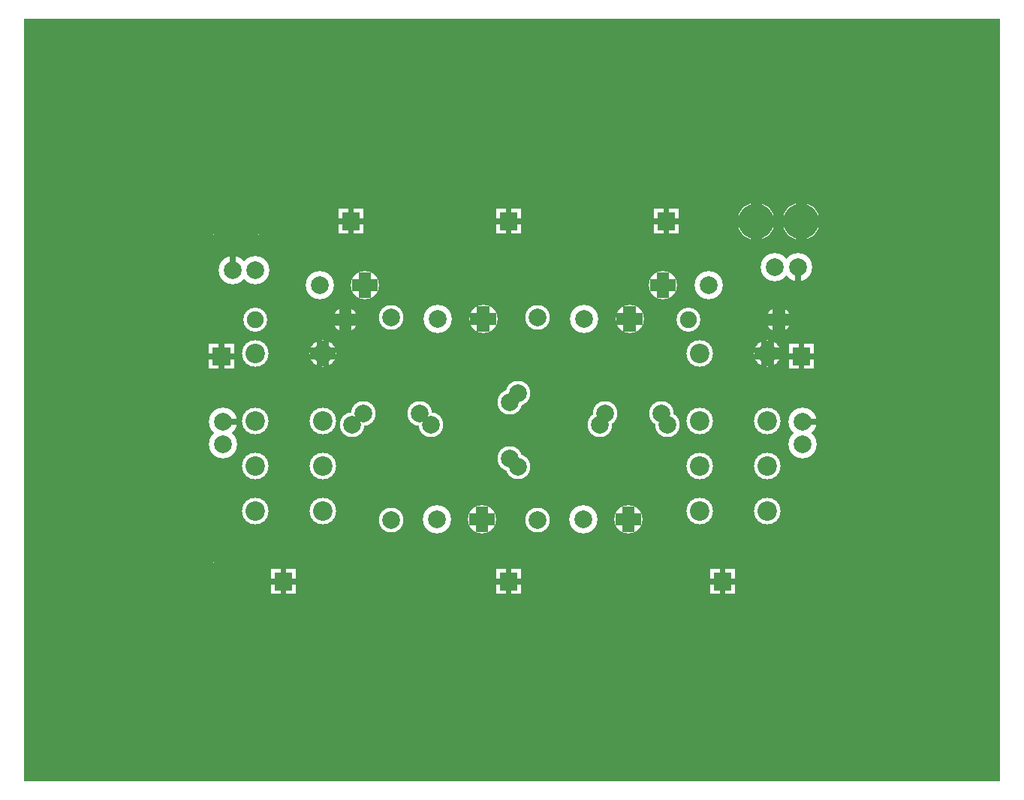
<source format=gbr>
%FSLAX34Y34*%
%MOMM*%
%LNCOPPER_TOP*%
G71*
G01*
%ADD10C,3.000*%
%ADD11C,3.200*%
%ADD12C,2.700*%
%ADD13C,2.800*%
%ADD14C,2.800*%
%ADD15C,4.200*%
%ADD16C,0.667*%
%ADD17C,0.813*%
%ADD18C,1.380*%
%ADD19C,3.053*%
%ADD20C,2.907*%
%ADD21C,2.973*%
%ADD22C,1.333*%
%ADD23C,2.200*%
%ADD24C,2.000*%
%ADD25C,1.900*%
%ADD26C,2.000*%
%ADD27C,4.000*%
%LPD*%
G36*
X-578710Y337291D02*
X521290Y337291D01*
X521290Y-522709D01*
X-578710Y-522709D01*
X-578710Y337291D01*
G37*
%LPC*%
X-318360Y-40410D02*
G54D10*
D03*
X-242160Y-40410D02*
G54D10*
D03*
X-318360Y-116610D02*
G54D10*
D03*
X-318360Y-167410D02*
G54D10*
D03*
X-318360Y-218210D02*
G54D10*
D03*
X-242160Y-116610D02*
G54D10*
D03*
X-242160Y-167410D02*
G54D10*
D03*
X-242160Y-218210D02*
G54D10*
D03*
X183290Y-40410D02*
G54D10*
D03*
X259490Y-40410D02*
G54D10*
D03*
X183290Y-116610D02*
G54D10*
D03*
X183290Y-167410D02*
G54D10*
D03*
X183290Y-218210D02*
G54D10*
D03*
X259490Y-116610D02*
G54D10*
D03*
X259490Y-167410D02*
G54D10*
D03*
X259490Y-218210D02*
G54D10*
D03*
X-194700Y36616D02*
G54D11*
D03*
X-245680Y36504D02*
G54D11*
D03*
X272190Y-2309D02*
G54D12*
D03*
X170590Y-2309D02*
G54D12*
D03*
X-209550Y-120650D02*
G54D13*
D03*
X-120650Y-120650D02*
G54D13*
D03*
X192650Y36616D02*
G54D11*
D03*
X141670Y36504D02*
G54D11*
D03*
X-22225Y-85725D02*
G54D13*
D03*
X-22225Y-168275D02*
G54D13*
D03*
X-61350Y-1484D02*
G54D11*
D03*
X-112331Y-1596D02*
G54D11*
D03*
X-113670Y-227652D02*
G54D11*
D03*
X-62690Y-227540D02*
G54D11*
D03*
X-216760Y-2309D02*
G54D12*
D03*
X-318360Y-2309D02*
G54D12*
D03*
X51430Y-227652D02*
G54D11*
D03*
X102410Y-227540D02*
G54D11*
D03*
X69850Y-120650D02*
G54D13*
D03*
X146050Y-120650D02*
G54D13*
D03*
X103750Y-1484D02*
G54D11*
D03*
X52769Y-1596D02*
G54D11*
D03*
X-343548Y53652D02*
G54D11*
D03*
X-318048Y53652D02*
G54D11*
D03*
X-354819Y-117393D02*
G54D11*
D03*
X-354819Y-142893D02*
G54D11*
D03*
X299231Y-117393D02*
G54D11*
D03*
X299231Y-142893D02*
G54D11*
D03*
X-62690Y-227540D02*
G54D14*
D03*
X102410Y-227540D02*
G54D14*
D03*
X-242160Y-40410D02*
G54D14*
D03*
X259490Y-40410D02*
G54D14*
D03*
X-216760Y-2309D02*
G54D14*
D03*
X-194700Y36616D02*
G54D14*
D03*
X272190Y-2309D02*
G54D14*
D03*
X141670Y36504D02*
G54D14*
D03*
X-61350Y-1484D02*
G54D14*
D03*
X103750Y-1484D02*
G54D14*
D03*
X293457Y56638D02*
G54D11*
D03*
X267957Y56638D02*
G54D11*
D03*
G36*
X-300610Y-283709D02*
X-272610Y-283709D01*
X-272610Y-311709D01*
X-300610Y-311709D01*
X-300610Y-283709D01*
G37*
G36*
X-46610Y-283709D02*
X-18610Y-283709D01*
X-18610Y-311709D01*
X-46610Y-311709D01*
X-46610Y-283709D01*
G37*
G36*
X194690Y-283709D02*
X222690Y-283709D01*
X222690Y-311709D01*
X194690Y-311709D01*
X194690Y-283709D01*
G37*
G36*
X-224410Y122691D02*
X-196410Y122691D01*
X-196410Y94691D01*
X-224410Y94691D01*
X-224410Y122691D01*
G37*
G36*
X-46610Y122691D02*
X-18610Y122691D01*
X-18610Y94691D01*
X-46610Y94691D01*
X-46610Y122691D01*
G37*
G36*
X131190Y122691D02*
X159190Y122691D01*
X159190Y94691D01*
X131190Y94691D01*
X131190Y122691D01*
G37*
X297590Y-291359D02*
G54D15*
D03*
X-350110Y-291359D02*
G54D15*
D03*
X-350110Y108691D02*
G54D15*
D03*
X297590Y108691D02*
G54D15*
D03*
X-299310Y108691D02*
G54D15*
D03*
X246790Y108691D02*
G54D15*
D03*
G36*
X283590Y-29709D02*
X311590Y-29709D01*
X311590Y-57709D01*
X283590Y-57709D01*
X283590Y-29709D01*
G37*
G36*
X-370460Y-29709D02*
X-342460Y-29709D01*
X-342460Y-57709D01*
X-370460Y-57709D01*
X-370460Y-29709D01*
G37*
X-196850Y-107950D02*
G54D13*
D03*
X-133350Y-107950D02*
G54D13*
D03*
X-31750Y-95250D02*
G54D13*
D03*
X-31750Y-158750D02*
G54D13*
D03*
X76200Y-107950D02*
G54D13*
D03*
X139700Y-107950D02*
G54D13*
D03*
X-165100Y0D02*
G54D14*
D03*
X-165100Y-228600D02*
G54D14*
D03*
X0Y-228600D02*
G54D14*
D03*
X0Y0D02*
G54D14*
D03*
%LPD*%
G54D16*
G36*
X-346882Y53652D02*
X-346882Y70152D01*
X-340215Y70152D01*
X-340215Y53652D01*
X-346882Y53652D01*
G37*
G54D17*
G54D16*
G36*
X-354819Y-114059D02*
X-338319Y-114059D01*
X-338319Y-120726D01*
X-354819Y-120726D01*
X-354819Y-114059D01*
G37*
G54D17*
G54D16*
G36*
X299231Y-114059D02*
X315731Y-114059D01*
X315731Y-120726D01*
X299231Y-120726D01*
X299231Y-114059D01*
G37*
G54D17*
G54D18*
G36*
X-69590Y-227540D02*
X-69590Y-213040D01*
X-55790Y-213040D01*
X-55790Y-227540D01*
X-69590Y-227540D01*
G37*
G36*
X-62690Y-220640D02*
X-48190Y-220640D01*
X-48190Y-234440D01*
X-62690Y-234440D01*
X-62690Y-220640D01*
G37*
G36*
X-55790Y-227540D02*
X-55790Y-242040D01*
X-69590Y-242040D01*
X-69590Y-227540D01*
X-55790Y-227540D01*
G37*
G36*
X-62690Y-234440D02*
X-77190Y-234440D01*
X-77190Y-220640D01*
X-62690Y-220640D01*
X-62690Y-234440D01*
G37*
G54D18*
G36*
X95510Y-227540D02*
X95510Y-213040D01*
X109310Y-213040D01*
X109310Y-227540D01*
X95510Y-227540D01*
G37*
G36*
X102410Y-220640D02*
X116910Y-220640D01*
X116910Y-234440D01*
X102410Y-234440D01*
X102410Y-220640D01*
G37*
G36*
X109310Y-227540D02*
X109310Y-242040D01*
X95510Y-242040D01*
X95510Y-227540D01*
X109310Y-227540D01*
G37*
G36*
X102410Y-234440D02*
X87910Y-234440D01*
X87910Y-220640D01*
X102410Y-220640D01*
X102410Y-234440D01*
G37*
G54D18*
G36*
X-249060Y-40410D02*
X-249060Y-25910D01*
X-235260Y-25910D01*
X-235260Y-40410D01*
X-249060Y-40410D01*
G37*
G36*
X-242160Y-33510D02*
X-227660Y-33510D01*
X-227660Y-47310D01*
X-242160Y-47310D01*
X-242160Y-33510D01*
G37*
G36*
X-235260Y-40410D02*
X-235260Y-54910D01*
X-249060Y-54910D01*
X-249060Y-40410D01*
X-235260Y-40410D01*
G37*
G36*
X-242160Y-47310D02*
X-256660Y-47310D01*
X-256660Y-33510D01*
X-242160Y-33510D01*
X-242160Y-47310D01*
G37*
G54D18*
G36*
X252590Y-40410D02*
X252590Y-25910D01*
X266390Y-25910D01*
X266390Y-40410D01*
X252590Y-40410D01*
G37*
G36*
X259490Y-33510D02*
X273990Y-33510D01*
X273990Y-47310D01*
X259490Y-47310D01*
X259490Y-33510D01*
G37*
G36*
X266390Y-40410D02*
X266390Y-54910D01*
X252590Y-54910D01*
X252590Y-40410D01*
X266390Y-40410D01*
G37*
G36*
X259490Y-47310D02*
X244990Y-47310D01*
X244990Y-33510D01*
X259490Y-33510D01*
X259490Y-47310D01*
G37*
G54D18*
G36*
X-223660Y-2309D02*
X-223660Y12191D01*
X-209860Y12191D01*
X-209860Y-2309D01*
X-223660Y-2309D01*
G37*
G36*
X-216760Y4591D02*
X-202260Y4591D01*
X-202260Y-9209D01*
X-216760Y-9209D01*
X-216760Y4591D01*
G37*
G36*
X-209860Y-2309D02*
X-209860Y-16809D01*
X-223660Y-16809D01*
X-223660Y-2309D01*
X-209860Y-2309D01*
G37*
G36*
X-216760Y-9209D02*
X-231260Y-9209D01*
X-231260Y4591D01*
X-216760Y4591D01*
X-216760Y-9209D01*
G37*
G54D18*
G36*
X-201600Y36616D02*
X-201600Y51116D01*
X-187800Y51116D01*
X-187800Y36616D01*
X-201600Y36616D01*
G37*
G36*
X-194700Y43516D02*
X-180200Y43516D01*
X-180200Y29716D01*
X-194700Y29716D01*
X-194700Y43516D01*
G37*
G36*
X-187800Y36616D02*
X-187800Y22116D01*
X-201600Y22116D01*
X-201600Y36616D01*
X-187800Y36616D01*
G37*
G36*
X-194700Y29716D02*
X-209200Y29716D01*
X-209200Y43516D01*
X-194700Y43516D01*
X-194700Y29716D01*
G37*
G54D18*
G36*
X265290Y-2309D02*
X265290Y12191D01*
X279090Y12191D01*
X279090Y-2309D01*
X265290Y-2309D01*
G37*
G36*
X272190Y4591D02*
X286690Y4591D01*
X286690Y-9209D01*
X272190Y-9209D01*
X272190Y4591D01*
G37*
G36*
X279090Y-2309D02*
X279090Y-16809D01*
X265290Y-16809D01*
X265290Y-2309D01*
X279090Y-2309D01*
G37*
G36*
X272190Y-9209D02*
X257690Y-9209D01*
X257690Y4591D01*
X272190Y4591D01*
X272190Y-9209D01*
G37*
G54D18*
G36*
X134770Y36504D02*
X134770Y51004D01*
X148570Y51004D01*
X148570Y36504D01*
X134770Y36504D01*
G37*
G36*
X141670Y43404D02*
X156170Y43404D01*
X156170Y29604D01*
X141670Y29604D01*
X141670Y43404D01*
G37*
G36*
X148570Y36504D02*
X148570Y22004D01*
X134770Y22004D01*
X134770Y36504D01*
X148570Y36504D01*
G37*
G36*
X141670Y29604D02*
X127170Y29604D01*
X127170Y43404D01*
X141670Y43404D01*
X141670Y29604D01*
G37*
G54D18*
G36*
X-68250Y-1484D02*
X-68250Y13016D01*
X-54450Y13016D01*
X-54450Y-1484D01*
X-68250Y-1484D01*
G37*
G36*
X-61350Y5416D02*
X-46850Y5416D01*
X-46850Y-8384D01*
X-61350Y-8384D01*
X-61350Y5416D01*
G37*
G36*
X-54450Y-1484D02*
X-54450Y-15984D01*
X-68250Y-15984D01*
X-68250Y-1484D01*
X-54450Y-1484D01*
G37*
G36*
X-61350Y-8384D02*
X-75850Y-8384D01*
X-75850Y5416D01*
X-61350Y5416D01*
X-61350Y-8384D01*
G37*
G54D18*
G36*
X96850Y-1484D02*
X96850Y13016D01*
X110650Y13016D01*
X110650Y-1484D01*
X96850Y-1484D01*
G37*
G36*
X103750Y5416D02*
X118250Y5416D01*
X118250Y-8384D01*
X103750Y-8384D01*
X103750Y5416D01*
G37*
G36*
X110650Y-1484D02*
X110650Y-15984D01*
X96850Y-15984D01*
X96850Y-1484D01*
X110650Y-1484D01*
G37*
G36*
X103750Y-8384D02*
X89250Y-8384D01*
X89250Y5416D01*
X103750Y5416D01*
X103750Y-8384D01*
G37*
G54D16*
G36*
X296790Y56638D02*
X296790Y40138D01*
X290124Y40138D01*
X290124Y56638D01*
X296790Y56638D01*
G37*
G54D17*
G54D16*
G36*
X-289943Y-297709D02*
X-289943Y-283209D01*
X-283277Y-283209D01*
X-283277Y-297709D01*
X-289943Y-297709D01*
G37*
G36*
X-286610Y-294376D02*
X-272110Y-294376D01*
X-272110Y-301042D01*
X-286610Y-301042D01*
X-286610Y-294376D01*
G37*
G36*
X-283277Y-297709D02*
X-283277Y-312209D01*
X-289943Y-312209D01*
X-289943Y-297709D01*
X-283277Y-297709D01*
G37*
G36*
X-286610Y-301042D02*
X-301110Y-301042D01*
X-301110Y-294376D01*
X-286610Y-294376D01*
X-286610Y-301042D01*
G37*
G54D16*
G36*
X-35943Y-297709D02*
X-35943Y-283209D01*
X-29277Y-283209D01*
X-29277Y-297709D01*
X-35943Y-297709D01*
G37*
G36*
X-32610Y-294376D02*
X-18110Y-294376D01*
X-18110Y-301042D01*
X-32610Y-301042D01*
X-32610Y-294376D01*
G37*
G36*
X-29277Y-297709D02*
X-29277Y-312209D01*
X-35943Y-312209D01*
X-35943Y-297709D01*
X-29277Y-297709D01*
G37*
G36*
X-32610Y-301042D02*
X-47110Y-301042D01*
X-47110Y-294376D01*
X-32610Y-294376D01*
X-32610Y-301042D01*
G37*
G54D16*
G36*
X205357Y-297709D02*
X205357Y-283209D01*
X212023Y-283209D01*
X212023Y-297709D01*
X205357Y-297709D01*
G37*
G36*
X208690Y-294376D02*
X223190Y-294376D01*
X223190Y-301042D01*
X208690Y-301042D01*
X208690Y-294376D01*
G37*
G36*
X212023Y-297709D02*
X212023Y-312209D01*
X205357Y-312209D01*
X205357Y-297709D01*
X212023Y-297709D01*
G37*
G36*
X208690Y-301042D02*
X194190Y-301042D01*
X194190Y-294376D01*
X208690Y-294376D01*
X208690Y-301042D01*
G37*
G54D16*
G36*
X-213743Y108691D02*
X-213743Y123191D01*
X-207077Y123191D01*
X-207077Y108691D01*
X-213743Y108691D01*
G37*
G36*
X-210410Y112024D02*
X-195910Y112024D01*
X-195910Y105358D01*
X-210410Y105358D01*
X-210410Y112024D01*
G37*
G36*
X-207077Y108691D02*
X-207077Y94191D01*
X-213743Y94191D01*
X-213743Y108691D01*
X-207077Y108691D01*
G37*
G36*
X-210410Y105358D02*
X-224910Y105358D01*
X-224910Y112024D01*
X-210410Y112024D01*
X-210410Y105358D01*
G37*
G54D16*
G36*
X-35943Y108691D02*
X-35943Y123191D01*
X-29277Y123191D01*
X-29277Y108691D01*
X-35943Y108691D01*
G37*
G36*
X-32610Y112024D02*
X-18110Y112024D01*
X-18110Y105358D01*
X-32610Y105358D01*
X-32610Y112024D01*
G37*
G36*
X-29277Y108691D02*
X-29277Y94191D01*
X-35943Y94191D01*
X-35943Y108691D01*
X-29277Y108691D01*
G37*
G36*
X-32610Y105358D02*
X-47110Y105358D01*
X-47110Y112024D01*
X-32610Y112024D01*
X-32610Y105358D01*
G37*
G54D16*
G36*
X141857Y108691D02*
X141857Y123191D01*
X148523Y123191D01*
X148523Y108691D01*
X141857Y108691D01*
G37*
G36*
X145190Y112024D02*
X159690Y112024D01*
X159690Y105358D01*
X145190Y105358D01*
X145190Y112024D01*
G37*
G36*
X148523Y108691D02*
X148523Y94191D01*
X141857Y94191D01*
X141857Y108691D01*
X148523Y108691D01*
G37*
G36*
X145190Y105358D02*
X130690Y105358D01*
X130690Y112024D01*
X145190Y112024D01*
X145190Y105358D01*
G37*
G54D19*
G36*
X297590Y-276092D02*
X319090Y-276092D01*
X319090Y-306626D01*
X297590Y-306626D01*
X297590Y-276092D01*
G37*
G36*
X312857Y-291359D02*
X312857Y-312859D01*
X282323Y-312859D01*
X282323Y-291359D01*
X312857Y-291359D01*
G37*
G36*
X297590Y-306626D02*
X276090Y-306626D01*
X276090Y-276092D01*
X297590Y-276092D01*
X297590Y-306626D01*
G37*
G36*
X282323Y-291359D02*
X282323Y-269859D01*
X312857Y-269859D01*
X312857Y-291359D01*
X282323Y-291359D01*
G37*
G54D20*
G36*
X-350110Y-276826D02*
X-328610Y-276826D01*
X-328610Y-305892D01*
X-350110Y-305892D01*
X-350110Y-276826D01*
G37*
G36*
X-335577Y-291359D02*
X-335577Y-312859D01*
X-364643Y-312859D01*
X-364643Y-291359D01*
X-335577Y-291359D01*
G37*
G36*
X-350110Y-305892D02*
X-371610Y-305892D01*
X-371610Y-276826D01*
X-350110Y-276826D01*
X-350110Y-305892D01*
G37*
G36*
X-364643Y-291359D02*
X-364643Y-269859D01*
X-335577Y-269859D01*
X-335577Y-291359D01*
X-364643Y-291359D01*
G37*
G54D21*
G36*
X-350110Y123558D02*
X-328610Y123558D01*
X-328610Y93824D01*
X-350110Y93824D01*
X-350110Y123558D01*
G37*
G36*
X-335243Y108691D02*
X-335243Y87191D01*
X-364977Y87191D01*
X-364977Y108691D01*
X-335243Y108691D01*
G37*
G36*
X-350110Y93824D02*
X-371610Y93824D01*
X-371610Y123558D01*
X-350110Y123558D01*
X-350110Y93824D01*
G37*
G36*
X-364977Y108691D02*
X-364977Y130191D01*
X-335243Y130191D01*
X-335243Y108691D01*
X-364977Y108691D01*
G37*
G54D22*
G36*
X297590Y115358D02*
X319090Y115358D01*
X319090Y102024D01*
X297590Y102024D01*
X297590Y115358D01*
G37*
G36*
X304257Y108691D02*
X304257Y87191D01*
X290923Y87191D01*
X290923Y108691D01*
X304257Y108691D01*
G37*
G36*
X297590Y102024D02*
X276090Y102024D01*
X276090Y115358D01*
X297590Y115358D01*
X297590Y102024D01*
G37*
G36*
X290923Y108691D02*
X290923Y130191D01*
X304257Y130191D01*
X304257Y108691D01*
X290923Y108691D01*
G37*
G54D21*
G36*
X-299310Y123558D02*
X-277810Y123558D01*
X-277810Y93824D01*
X-299310Y93824D01*
X-299310Y123558D01*
G37*
G36*
X-284443Y108691D02*
X-284443Y87191D01*
X-314177Y87191D01*
X-314177Y108691D01*
X-284443Y108691D01*
G37*
G36*
X-299310Y93824D02*
X-320810Y93824D01*
X-320810Y123558D01*
X-299310Y123558D01*
X-299310Y93824D01*
G37*
G36*
X-314177Y108691D02*
X-314177Y130191D01*
X-284443Y130191D01*
X-284443Y108691D01*
X-314177Y108691D01*
G37*
G54D22*
G36*
X246790Y115358D02*
X268290Y115358D01*
X268290Y102024D01*
X246790Y102024D01*
X246790Y115358D01*
G37*
G36*
X253457Y108691D02*
X253457Y87191D01*
X240123Y87191D01*
X240123Y108691D01*
X253457Y108691D01*
G37*
G36*
X246790Y102024D02*
X225290Y102024D01*
X225290Y115358D01*
X246790Y115358D01*
X246790Y102024D01*
G37*
G36*
X240123Y108691D02*
X240123Y130191D01*
X253457Y130191D01*
X253457Y108691D01*
X240123Y108691D01*
G37*
G54D16*
G36*
X294257Y-43709D02*
X294257Y-29209D01*
X300923Y-29209D01*
X300923Y-43709D01*
X294257Y-43709D01*
G37*
G36*
X297590Y-40376D02*
X312090Y-40376D01*
X312090Y-47042D01*
X297590Y-47042D01*
X297590Y-40376D01*
G37*
G36*
X300923Y-43709D02*
X300923Y-58209D01*
X294257Y-58209D01*
X294257Y-43709D01*
X300923Y-43709D01*
G37*
G36*
X297590Y-47042D02*
X283090Y-47042D01*
X283090Y-40376D01*
X297590Y-40376D01*
X297590Y-47042D01*
G37*
G54D16*
G36*
X-359793Y-43709D02*
X-359793Y-29209D01*
X-353127Y-29209D01*
X-353127Y-43709D01*
X-359793Y-43709D01*
G37*
G36*
X-356460Y-40376D02*
X-341960Y-40376D01*
X-341960Y-47042D01*
X-356460Y-47042D01*
X-356460Y-40376D01*
G37*
G36*
X-353127Y-43709D02*
X-353127Y-58209D01*
X-359793Y-58209D01*
X-359793Y-43709D01*
X-353127Y-43709D01*
G37*
G36*
X-356460Y-47042D02*
X-370960Y-47042D01*
X-370960Y-40376D01*
X-356460Y-40376D01*
X-356460Y-47042D01*
G37*
X-318360Y-40410D02*
G54D23*
D03*
X-242160Y-40410D02*
G54D23*
D03*
X-318360Y-116610D02*
G54D23*
D03*
X-318360Y-167410D02*
G54D23*
D03*
X-318360Y-218210D02*
G54D23*
D03*
X-242160Y-116610D02*
G54D23*
D03*
X-242160Y-167410D02*
G54D23*
D03*
X-242160Y-218210D02*
G54D23*
D03*
X183290Y-40410D02*
G54D23*
D03*
X259490Y-40410D02*
G54D23*
D03*
X183290Y-116610D02*
G54D23*
D03*
X183290Y-167410D02*
G54D23*
D03*
X183290Y-218210D02*
G54D23*
D03*
X259490Y-116610D02*
G54D23*
D03*
X259490Y-167410D02*
G54D23*
D03*
X259490Y-218210D02*
G54D23*
D03*
X-194700Y36616D02*
G54D24*
D03*
X-245680Y36504D02*
G54D24*
D03*
X272190Y-2309D02*
G54D25*
D03*
X170590Y-2309D02*
G54D25*
D03*
X-209550Y-120650D02*
G54D26*
D03*
X-120650Y-120650D02*
G54D26*
D03*
X192650Y36616D02*
G54D24*
D03*
X141670Y36504D02*
G54D24*
D03*
X-22225Y-85725D02*
G54D26*
D03*
X-22225Y-168275D02*
G54D26*
D03*
X-61350Y-1484D02*
G54D24*
D03*
X-112331Y-1596D02*
G54D24*
D03*
X-113670Y-227652D02*
G54D24*
D03*
X-62690Y-227540D02*
G54D24*
D03*
X-216760Y-2309D02*
G54D25*
D03*
X-318360Y-2309D02*
G54D25*
D03*
X51430Y-227652D02*
G54D24*
D03*
X102410Y-227540D02*
G54D24*
D03*
X69850Y-120650D02*
G54D26*
D03*
X146050Y-120650D02*
G54D26*
D03*
X103750Y-1484D02*
G54D24*
D03*
X52769Y-1596D02*
G54D24*
D03*
X-343548Y53652D02*
G54D24*
D03*
X-318048Y53652D02*
G54D24*
D03*
X-354819Y-117393D02*
G54D24*
D03*
X-354819Y-142893D02*
G54D24*
D03*
X299231Y-117393D02*
G54D24*
D03*
X299231Y-142893D02*
G54D24*
D03*
X-62690Y-227540D02*
G54D24*
D03*
X102410Y-227540D02*
G54D24*
D03*
X-242160Y-40410D02*
G54D24*
D03*
X259490Y-40410D02*
G54D24*
D03*
X-216760Y-2309D02*
G54D24*
D03*
X-194700Y36616D02*
G54D24*
D03*
X272190Y-2309D02*
G54D24*
D03*
X141670Y36504D02*
G54D24*
D03*
X-61350Y-1484D02*
G54D24*
D03*
X103750Y-1484D02*
G54D24*
D03*
X293457Y56638D02*
G54D24*
D03*
X267957Y56638D02*
G54D24*
D03*
G36*
X-296610Y-287709D02*
X-276610Y-287709D01*
X-276610Y-307709D01*
X-296610Y-307709D01*
X-296610Y-287709D01*
G37*
G36*
X-42610Y-287709D02*
X-22610Y-287709D01*
X-22610Y-307709D01*
X-42610Y-307709D01*
X-42610Y-287709D01*
G37*
G36*
X198690Y-287709D02*
X218690Y-287709D01*
X218690Y-307709D01*
X198690Y-307709D01*
X198690Y-287709D01*
G37*
G36*
X-220410Y118691D02*
X-200410Y118691D01*
X-200410Y98691D01*
X-220410Y98691D01*
X-220410Y118691D01*
G37*
G36*
X-42610Y118691D02*
X-22610Y118691D01*
X-22610Y98691D01*
X-42610Y98691D01*
X-42610Y118691D01*
G37*
G36*
X135190Y118691D02*
X155190Y118691D01*
X155190Y98691D01*
X135190Y98691D01*
X135190Y118691D01*
G37*
X297590Y-291359D02*
G54D27*
D03*
X-350110Y-291359D02*
G54D27*
D03*
X-350110Y108691D02*
G54D27*
D03*
X297590Y108691D02*
G54D27*
D03*
X-299310Y108691D02*
G54D27*
D03*
X246790Y108691D02*
G54D27*
D03*
G36*
X287590Y-33709D02*
X307590Y-33709D01*
X307590Y-53709D01*
X287590Y-53709D01*
X287590Y-33709D01*
G37*
G36*
X-366460Y-33709D02*
X-346460Y-33709D01*
X-346460Y-53709D01*
X-366460Y-53709D01*
X-366460Y-33709D01*
G37*
X-196850Y-107950D02*
G54D26*
D03*
X-133350Y-107950D02*
G54D26*
D03*
X-31750Y-95250D02*
G54D26*
D03*
X-31750Y-158750D02*
G54D26*
D03*
X76200Y-107950D02*
G54D26*
D03*
X139700Y-107950D02*
G54D26*
D03*
X-165100Y0D02*
G54D24*
D03*
X-165100Y-228600D02*
G54D24*
D03*
X0Y-228600D02*
G54D24*
D03*
X0Y0D02*
G54D24*
D03*
M02*

</source>
